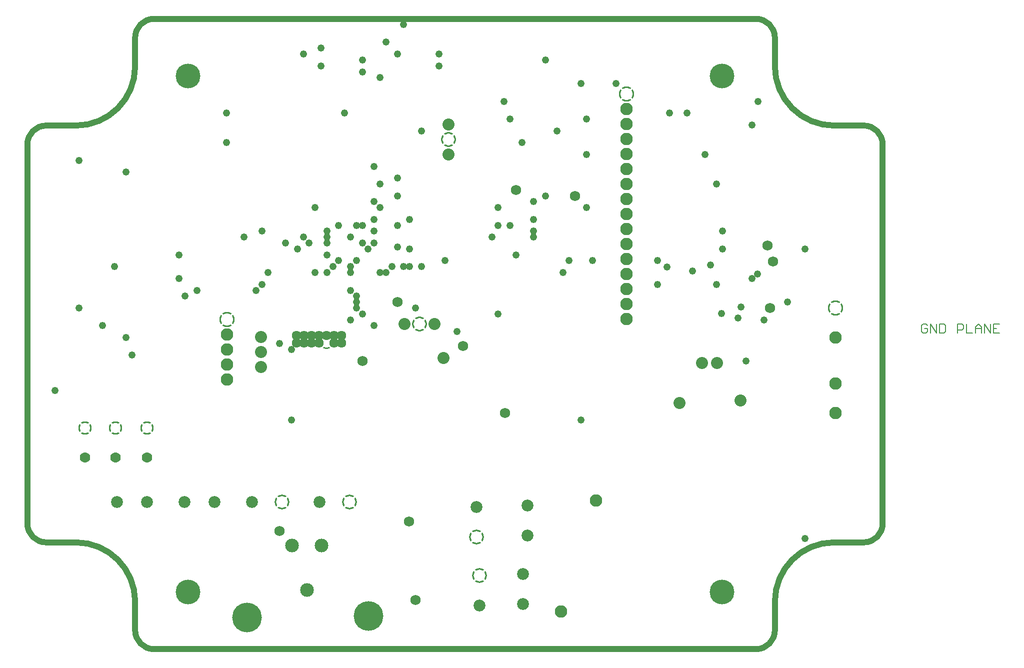
<source format=gbr>
%TF.GenerationSoftware,Altium Limited,Altium Designer,21.0.9 (235)*%
G04 Layer_Physical_Order=2*
G04 Layer_Color=32768*
%FSLAX26Y26*%
%MOIN*%
%TF.SameCoordinates,5BE5EA85-216B-4E4C-B8B6-EAA837D7D1E1*%
%TF.FilePolarity,Negative*%
%TF.FileFunction,Copper,L2,Inr,Plane*%
%TF.Part,Single*%
G01*
G75*
%TA.AperFunction,NonConductor*%
%ADD105C,0.006000*%
%ADD124C,0.040000*%
%TA.AperFunction,ComponentPad*%
%ADD125C,0.080157*%
%ADD126C,0.091181*%
%ADD127C,0.197480*%
%ADD128C,0.080000*%
%ADD129C,0.069528*%
G04:AMPARAMS|DCode=130|XSize=89.528mil|YSize=89.528mil|CornerRadius=0mil|HoleSize=0mil|Usage=FLASHONLY|Rotation=0.000|XOffset=0mil|YOffset=0mil|HoleType=Round|Shape=Relief|Width=10mil|Gap=10mil|Entries=4|*
%AMTHD130*
7,0,0,0.089528,0.069528,0.010000,45*
%
%ADD130THD130*%
%ADD131C,0.079370*%
G04:AMPARAMS|DCode=132|XSize=99.37mil|YSize=99.37mil|CornerRadius=0mil|HoleSize=0mil|Usage=FLASHONLY|Rotation=0.000|XOffset=0mil|YOffset=0mil|HoleType=Round|Shape=Relief|Width=10mil|Gap=10mil|Entries=4|*
%AMTHD132*
7,0,0,0.099370,0.079370,0.010000,45*
%
%ADD132THD132*%
%TA.AperFunction,ViaPad*%
%ADD133C,0.165000*%
%TA.AperFunction,ComponentPad*%
G04:AMPARAMS|DCode=134|XSize=103.307mil|YSize=103.307mil|CornerRadius=0mil|HoleSize=0mil|Usage=FLASHONLY|Rotation=0.000|XOffset=0mil|YOffset=0mil|HoleType=Round|Shape=Relief|Width=10mil|Gap=10mil|Entries=4|*
%AMTHD134*
7,0,0,0.103307,0.083307,0.010000,45*
%
%ADD134THD134*%
%ADD135C,0.083307*%
G04:AMPARAMS|DCode=136|XSize=100.157mil|YSize=100.157mil|CornerRadius=0mil|HoleSize=0mil|Usage=FLASHONLY|Rotation=0.000|XOffset=0mil|YOffset=0mil|HoleType=Round|Shape=Relief|Width=10mil|Gap=10mil|Entries=4|*
%AMTHD136*
7,0,0,0.100157,0.080157,0.010000,45*
%
%ADD136THD136*%
%ADD137C,0.063622*%
G04:AMPARAMS|DCode=138|XSize=83.622mil|YSize=83.622mil|CornerRadius=0mil|HoleSize=0mil|Usage=FLASHONLY|Rotation=0.000|XOffset=0mil|YOffset=0mil|HoleType=Round|Shape=Relief|Width=10mil|Gap=10mil|Entries=4|*
%AMTHD138*
7,0,0,0.083622,0.063622,0.010000,45*
%
%ADD138THD138*%
%TA.AperFunction,ViaPad*%
%ADD139C,0.047874*%
%ADD140C,0.068000*%
%ADD141C,0.048000*%
D105*
X8490987Y4725984D02*
X8480990Y4735981D01*
X8460997D01*
X8451000Y4725984D01*
Y4685997D01*
X8460997Y4676000D01*
X8480990D01*
X8490987Y4685997D01*
Y4705990D01*
X8470994D01*
X8510981Y4676000D02*
Y4735981D01*
X8550968Y4676000D01*
Y4735981D01*
X8570961D02*
Y4676000D01*
X8600951D01*
X8610948Y4685997D01*
Y4725984D01*
X8600951Y4735981D01*
X8570961D01*
X8690922Y4676000D02*
Y4735981D01*
X8720913D01*
X8730909Y4725984D01*
Y4705990D01*
X8720913Y4695993D01*
X8690922D01*
X8750903Y4735981D02*
Y4676000D01*
X8790890D01*
X8810884D02*
Y4715987D01*
X8830877Y4735981D01*
X8850871Y4715987D01*
Y4676000D01*
Y4705990D01*
X8810884D01*
X8870864Y4676000D02*
Y4735981D01*
X8910851Y4676000D01*
Y4735981D01*
X8970832D02*
X8930845D01*
Y4676000D01*
X8970832D01*
X8930845Y4705990D02*
X8950838D01*
D124*
X3209969Y2884940D02*
G03*
X2814968Y3279940I-395001J0D01*
G01*
X3209969Y2693542D02*
G03*
X3334969Y2568542I125000J0D01*
G01*
X7349785D02*
G03*
X7474785Y2693542I0J125000D01*
G01*
X7869786Y3279940D02*
G03*
X7474785Y2884940I0J-395001D01*
G01*
X8068178Y3279940D02*
G03*
X8193178Y3404940I0J125000D01*
G01*
Y5933744D02*
G03*
X8068178Y6058744I-125000J0D01*
G01*
X7474785Y6453745D02*
G03*
X7869786Y6058744I395001J0D01*
G01*
X7474785Y6645143D02*
G03*
X7349785Y6770143I-125000J0D01*
G01*
X3334969D02*
G03*
X3209969Y6645143I0J-125000D01*
G01*
X2814968Y6058744D02*
G03*
X3209969Y6453745I0J395001D01*
G01*
X2616577Y6058744D02*
G03*
X2491577Y5933744I0J-125000D01*
G01*
Y3404940D02*
G03*
X2616577Y3279940I125000J0D01*
G01*
X3209969Y2693542D02*
Y2884940D01*
X3334969Y2568542D02*
X7349785D01*
X7474785Y2693542D02*
Y2884940D01*
X7869786Y3279940D02*
X8068178D01*
X8193178Y3404940D02*
Y5933744D01*
X7869786Y6058744D02*
X8068178D01*
X7474785Y6453745D02*
Y6645143D01*
X3334969Y6770143D02*
X7349785D01*
X3209969Y6453745D02*
Y6645143D01*
X2616577Y6058744D02*
X2814968D01*
X2491577Y5933744D02*
X2491577Y5933744D01*
X2491577Y3404940D02*
Y5933744D01*
Y3404940D02*
X2491577D01*
X2616577Y3279940D02*
X2814968D01*
D125*
X7090000Y4475000D02*
D03*
X6990000D02*
D03*
X5205000Y4735000D02*
D03*
X5005000D02*
D03*
X5300000Y5865000D02*
D03*
Y6065000D02*
D03*
X4050000Y4650000D02*
D03*
Y4550000D02*
D03*
Y4450000D02*
D03*
D126*
X4453425Y3258425D02*
D03*
X4256575D02*
D03*
X4355000Y2963150D02*
D03*
D127*
X3955000Y2780000D02*
D03*
X4765000Y2790000D02*
D03*
D128*
X6840000Y4210000D02*
D03*
X7245000Y4225000D02*
D03*
X5265000Y4510000D02*
D03*
D129*
X3290000Y3845000D02*
D03*
X3080000Y3846575D02*
D03*
X2875000D02*
D03*
D130*
X3290000Y4041850D02*
D03*
X3080000Y4043425D02*
D03*
X2875000D02*
D03*
D131*
X3740000Y3550000D02*
D03*
X3540000D02*
D03*
X3290000D02*
D03*
X3090000D02*
D03*
X3990000D02*
D03*
X5795000Y3070000D02*
D03*
Y2870000D02*
D03*
X5825000Y3325000D02*
D03*
Y3525000D02*
D03*
X5505000Y2860000D02*
D03*
X5485000Y3515000D02*
D03*
X4440000Y3550000D02*
D03*
D132*
X4190000D02*
D03*
X5505000Y3060000D02*
D03*
X5485000Y3315000D02*
D03*
X4640000Y3550000D02*
D03*
D133*
X7123627Y2950592D02*
D03*
X3561127D02*
D03*
Y6388092D02*
D03*
X7123627D02*
D03*
D134*
X3821220Y4765000D02*
D03*
X6485000Y6270000D02*
D03*
X7880000Y4843425D02*
D03*
D135*
X3821220Y4665000D02*
D03*
Y4465000D02*
D03*
Y4365000D02*
D03*
Y4565000D02*
D03*
X6050000Y2820000D02*
D03*
X6282283Y3560157D02*
D03*
X6485000Y4770000D02*
D03*
Y4870000D02*
D03*
Y5170000D02*
D03*
Y5270000D02*
D03*
Y5370000D02*
D03*
Y5570000D02*
D03*
Y5670000D02*
D03*
Y5870000D02*
D03*
Y6070000D02*
D03*
Y6170000D02*
D03*
Y5970000D02*
D03*
Y5770000D02*
D03*
Y5470000D02*
D03*
Y5070000D02*
D03*
Y4970000D02*
D03*
X7880000Y4340000D02*
D03*
Y4143150D02*
D03*
Y4646575D02*
D03*
D136*
X5105000Y4735000D02*
D03*
X5300000Y5965000D02*
D03*
D137*
X4285000Y4610000D02*
D03*
Y4660000D02*
D03*
X4335000Y4610000D02*
D03*
Y4660000D02*
D03*
X4385000Y4610000D02*
D03*
Y4660000D02*
D03*
X4435000Y4610000D02*
D03*
Y4660000D02*
D03*
X4485000D02*
D03*
X4535000Y4610000D02*
D03*
Y4660000D02*
D03*
X4585000Y4610000D02*
D03*
Y4660000D02*
D03*
D138*
X4485000Y4610000D02*
D03*
D139*
X4960630Y5708661D02*
D03*
Y5590551D02*
D03*
X7360496Y5070184D02*
D03*
X7047244Y5128370D02*
D03*
X7230000Y4776000D02*
D03*
X5748032Y5195378D02*
D03*
X6259842Y5157480D02*
D03*
X5039370Y5236221D02*
D03*
X7086614Y5000000D02*
D03*
X6692913D02*
D03*
Y5157480D02*
D03*
X4724409Y6496063D02*
D03*
X4921260Y5118110D02*
D03*
X4448819Y6456693D02*
D03*
X4645669Y5314961D02*
D03*
X5944882Y6496063D02*
D03*
X4842520Y6377953D02*
D03*
Y5669291D02*
D03*
X5000000Y6732283D02*
D03*
X7125984Y5354331D02*
D03*
Y5236221D02*
D03*
X4488189Y5354331D02*
D03*
X2992126Y4724409D02*
D03*
X3543307Y4921260D02*
D03*
X4566929Y5157480D02*
D03*
X3503937Y5196850D02*
D03*
X4488189D02*
D03*
X4055118Y5354331D02*
D03*
X3622047Y4960630D02*
D03*
X3937008Y5314961D02*
D03*
X3188976Y4527559D02*
D03*
X4527559Y5118110D02*
D03*
X3503937Y5039370D02*
D03*
X3070866Y5118110D02*
D03*
X5629921Y4803150D02*
D03*
X4842520Y5078740D02*
D03*
X3149606Y4645669D02*
D03*
X2834646Y4842520D02*
D03*
Y5826772D02*
D03*
X5669291Y6220472D02*
D03*
X5708661Y6102362D02*
D03*
X3149606Y5748032D02*
D03*
X7322835Y6062992D02*
D03*
Y5039370D02*
D03*
X7362205Y6220472D02*
D03*
X4803150Y5787402D02*
D03*
X4763779Y5236221D02*
D03*
X4606299Y6141732D02*
D03*
X4566929Y5393701D02*
D03*
X4055118Y5000000D02*
D03*
X4488189Y5314961D02*
D03*
X7559055Y4881890D02*
D03*
X7007874Y5866142D02*
D03*
X6220472Y5511811D02*
D03*
X6102362Y5157480D02*
D03*
X5944882Y5590551D02*
D03*
X4212598Y5275591D02*
D03*
X5866142Y5314961D02*
D03*
X6220472Y6102362D02*
D03*
X5118110Y5118110D02*
D03*
X5039370D02*
D03*
X6889764Y6141732D02*
D03*
X6771654D02*
D03*
X3818898Y5944882D02*
D03*
Y6141732D02*
D03*
X4330709Y5314961D02*
D03*
Y6535433D02*
D03*
X4448819Y6574803D02*
D03*
X4370079Y5275591D02*
D03*
X5866142Y5551181D02*
D03*
X4645669Y4960630D02*
D03*
X5629921Y5511811D02*
D03*
X4645669Y5078740D02*
D03*
X5590551Y5314961D02*
D03*
X4645669Y5118110D02*
D03*
X5866142Y5433071D02*
D03*
X4685039Y4921260D02*
D03*
X5866142Y5354331D02*
D03*
X4803150D02*
D03*
X5039370Y5433071D02*
D03*
X5708661Y5393701D02*
D03*
X5629921D02*
D03*
X4960630D02*
D03*
X4488189Y5275591D02*
D03*
X4724409D02*
D03*
X4842520Y5511811D02*
D03*
X4488189Y5078740D02*
D03*
X4724409Y4803150D02*
D03*
X5354331Y4685039D02*
D03*
X5275591Y5157480D02*
D03*
X4685039D02*
D03*
Y4881890D02*
D03*
X5078740Y4842520D02*
D03*
X4803150Y5275591D02*
D03*
X7401575Y4763779D02*
D03*
X4645669D02*
D03*
X4173228Y4606299D02*
D03*
X4251968Y4566929D02*
D03*
X4685039Y4842520D02*
D03*
X4881890Y5078740D02*
D03*
Y6614173D02*
D03*
X4685039Y5393701D02*
D03*
X4724409Y6417323D02*
D03*
Y5393701D02*
D03*
X4960630Y6535433D02*
D03*
X5236221D02*
D03*
X5118110Y6023622D02*
D03*
X2677165Y4291339D02*
D03*
X4291339Y5236221D02*
D03*
X7086614Y5669291D02*
D03*
X6181102Y6338583D02*
D03*
X4094488Y5078740D02*
D03*
X4803150Y5551181D02*
D03*
X4409449Y5511811D02*
D03*
Y5078740D02*
D03*
X4015748Y4960630D02*
D03*
X4803150Y5433071D02*
D03*
X5787402Y5944882D02*
D03*
X5236221Y6456693D02*
D03*
X6417323Y6338583D02*
D03*
X7283465Y4488189D02*
D03*
X6023622Y6023622D02*
D03*
X6220472Y5866142D02*
D03*
X6062992Y5078740D02*
D03*
X7677165Y5236221D02*
D03*
Y3307087D02*
D03*
X4803150Y4724409D02*
D03*
X5000000Y5118110D02*
D03*
X4251968Y4094488D02*
D03*
X6181102D02*
D03*
D140*
X7424000Y5260000D02*
D03*
X7462044Y5153603D02*
D03*
X4724409Y4488189D02*
D03*
X4172000Y3355000D02*
D03*
X4960630Y4881890D02*
D03*
X5748032Y5629921D02*
D03*
X7440945Y4842520D02*
D03*
X6141732Y5590551D02*
D03*
X5035000Y3420000D02*
D03*
X5079000Y2897000D02*
D03*
X5674000Y4142000D02*
D03*
X5394000Y4589000D02*
D03*
D141*
X6925000Y5088158D02*
D03*
X7249000Y4848000D02*
D03*
X7118000Y4807000D02*
D03*
X6754000Y5117000D02*
D03*
X4958000Y5248000D02*
D03*
%TF.MD5,986c7a04398f47e94e4ce576c5fd2ea7*%
M02*

</source>
